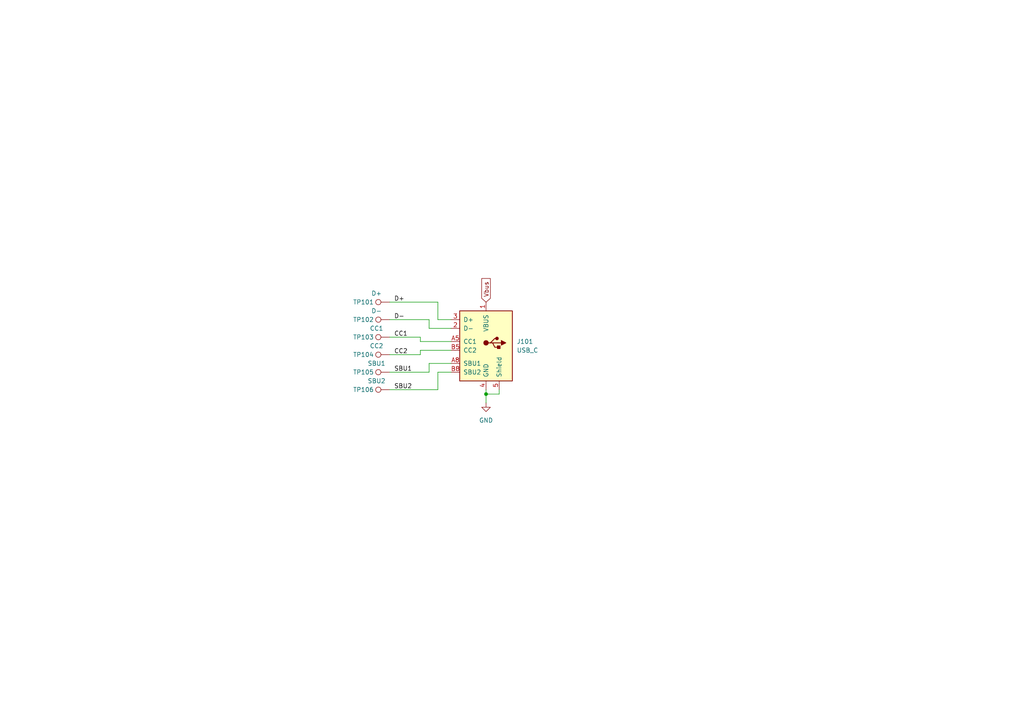
<source format=kicad_sch>
(kicad_sch (version 20211123) (generator eeschema)
  (paper "A4")
  (lib_symbols
    (symbol "Connector:TestPoint" (pin_numbers hide) (pin_names (offset 0.762) hide)
      (property "Reference" "TP" (at 0 6.858 0))
      (property "Value" "TestPoint" (at 0 5.08 0))
      (symbol "TestPoint_0_1"
        (circle (center 0 3.302) (radius 0.762))
      )
      (symbol "TestPoint_1_1"
        (pin passive line (at 0 0 90) (length 2.54) (name "1") (number "1"))
      )
    )
    (symbol "USB_C:USB_C" (pin_names (offset 1.016))
      (property "Reference" "J" (at -7.62 15.24 0))
      (property "Value" "USB_C" (at -2.54 12.7 0))
      (symbol "USB_C_0_1"
        (rectangle (start -7.62 10.16) (end 7.62 -10.16) (stroke (width 0.254)) (fill (type background)))
        (polyline (pts (xy 0.635 0.889) (xy 1.27 0.889) (xy 2.54 2.159) (xy 3.175 2.159)) (stroke (width 0.254)))
        (polyline (pts (xy 1.27 0.889) (xy 1.905 0.889) (xy 2.54 -0.381) (xy 3.81 -0.381)) (stroke (width 0.254)))
        (polyline (pts (xy 4.445 1.524) (xy 4.445 0.254) (xy 5.715 0.889) (xy 4.445 1.524)) (stroke (width 0.254)) (fill (type outline)))
        (circle (center 0 0.889) (radius 0.635) (stroke (width 0.254)) (fill (type outline)))
        (circle (center 3.175 2.159) (radius 0.381) (stroke (width 0.254)) (fill (type outline)))
        (rectangle (start 4.064 0) (end 3.302 -0.762) (stroke (width 0.254)) (fill (type outline)))
      )
      (symbol "USB_C_1_1"
        (polyline (pts (xy 1.905 0.889) (xy 4.445 0.889)) (stroke (width 0.254)))
        (pin power_in line (at 0 12.7 270) (length 2.54) (name "VBUS") (number "1"))
        (pin bidirectional line (at -10.16 5.08 0) (length 2.54) (name "D-") (number "2"))
        (pin bidirectional line (at -10.16 7.62 0) (length 2.54) (name "D+") (number "3"))
        (pin power_in line (at 0 -12.7 90) (length 2.54) (name "GND") (number "4"))
        (pin passive line (at 3.81 -12.7 90) (length 2.54) (name "Shield") (number "5"))
        (pin bidirectional line (at -10.16 1.27 0) (length 2.54) (name "CC1") (number "A5"))
        (pin bidirectional line (at -10.16 -5.08 0) (length 2.54) (name "SBU1") (number "A8"))
        (pin bidirectional line (at -10.16 -1.27 0) (length 2.54) (name "CC2") (number "B5"))
        (pin bidirectional line (at -10.16 -7.62 0) (length 2.54) (name "SBU2") (number "B8"))
      )
    )
    (symbol "power:GND" (power) (pin_names (offset 0))
      (property "Value" "GND" (at 0 -3.81 0))
      (symbol "GND_0_1"
        (polyline (pts (xy 0 0) (xy 0 -1.27) (xy 1.27 -1.27) (xy 0 -2.54) (xy -1.27 -1.27) (xy 0 -1.27)))
      )
      (symbol "GND_1_1"
        (pin power_in line (at 0 0 270) (length 0) hide (name "GND") (number "1"))
      )
    )
  )
  (junction (at 140.97 114.3))
  (wire (pts (xy 127 92.71) (xy 127 87.63)))
  (wire (pts (xy 121.92 97.79) (xy 113.03 97.79)))
  (wire (pts (xy 130.81 101.6) (xy 121.92 101.6)))
  (wire (pts (xy 127 107.95) (xy 127 113.03)))
  (wire (pts (xy 121.92 99.06) (xy 121.92 97.79)))
  (wire (pts (xy 140.97 113.03) (xy 140.97 114.3)))
  (wire (pts (xy 140.97 114.3) (xy 140.97 116.84)))
  (wire (pts (xy 144.78 113.03) (xy 144.78 114.3)))
  (wire (pts (xy 127 113.03) (xy 113.03 113.03)))
  (wire (pts (xy 130.81 92.71) (xy 127 92.71)))
  (wire (pts (xy 121.92 102.87) (xy 113.03 102.87)))
  (wire (pts (xy 130.81 105.41) (xy 124.46 105.41)))
  (wire (pts (xy 130.81 95.25) (xy 124.46 95.25)))
  (wire (pts (xy 144.78 114.3) (xy 140.97 114.3)))
  (wire (pts (xy 130.81 99.06) (xy 121.92 99.06)))
  (wire (pts (xy 130.81 107.95) (xy 127 107.95)))
  (wire (pts (xy 124.46 92.71) (xy 113.03 92.71)))
  (wire (pts (xy 124.46 105.41) (xy 124.46 107.95)))
  (wire (pts (xy 121.92 101.6) (xy 121.92 102.87)))
  (wire (pts (xy 124.46 95.25) (xy 124.46 92.71)))
  (wire (pts (xy 124.46 107.95) (xy 113.03 107.95)))
  (wire (pts (xy 127 87.63) (xy 113.03 87.63)))
  (label "D+" (at 114.3 87.63 0))
  (label "CC2" (at 114.3 102.87 0))
  (label "SBU1" (at 114.3 107.95 0))
  (label "SBU2" (at 114.3 113.03 0))
  (label "D-" (at 114.3 92.71 0))
  (label "CC1" (at 114.3 97.79 0))
  (global_label "Vbus" (shape input) (at 140.97 87.63 90) (property "Intersheet References" "${INTERSHEET_REFS}" (effects hide)))
  (symbol (lib_id "Connector:TestPoint") (at 113.03 97.79 90) (unit 1)
    (property "Reference" "TP103" (at 105.41 97.79 90))
    (property "Value" "CC1" (at 109.22 95.25 90))
    (property "Footprint" "TestPoint:TestPoint_THTPad_D1.0mm_Drill0.5mm" (effects hide))
  )
  (symbol (lib_id "Connector:TestPoint") (at 113.03 107.95 90) (unit 1)
    (property "Reference" "TP105" (at 105.41 107.95 90))
    (property "Value" "SBU1" (at 109.22 105.41 90))
    (property "Footprint" "TestPoint:TestPoint_THTPad_D1.0mm_Drill0.5mm" (effects hide))
  )
  (symbol (lib_id "Connector:TestPoint") (at 113.03 92.71 90) (unit 1)
    (property "Reference" "TP102" (at 105.41 92.71 90))
    (property "Value" "D-" (at 109.22 90.17 90))
    (property "Footprint" "TestPoint:TestPoint_THTPad_D1.0mm_Drill0.5mm" (effects hide))
  )
  (symbol (lib_id "Connector:TestPoint") (at 113.03 102.87 90) (unit 1)
    (property "Reference" "TP104" (at 105.41 102.87 90))
    (property "Value" "CC2" (at 109.22 100.33 90))
    (property "Footprint" "TestPoint:TestPoint_THTPad_D1.0mm_Drill0.5mm" (effects hide))
  )
  (symbol (lib_id "power:GND") (at 140.97 116.84 0) (unit 1)
    (property "Reference" "#PWR0101" (effects hide))
    (property "Value" "GND" (at 140.97 121.92 0))
  )
  (symbol (lib_id "Connector:TestPoint") (at 113.03 113.03 90) (unit 1)
    (property "Reference" "TP106" (at 105.41 113.03 90))
    (property "Value" "SBU2" (at 109.22 110.49 90))
    (property "Footprint" "TestPoint:TestPoint_THTPad_D1.0mm_Drill0.5mm" (effects hide))
  )
  (symbol (lib_id "Connector:TestPoint") (at 113.03 87.63 90) (unit 1)
    (property "Reference" "TP101" (at 105.41 87.63 90))
    (property "Value" "D+" (at 109.22 85.09 90))
    (property "Footprint" "TestPoint:TestPoint_THTPad_D1.0mm_Drill0.5mm" (effects hide))
  )
  (symbol (lib_id "USB_C:USB_C") (at 140.97 100.33 0) (unit 1)
    (property "Reference" "J101" (at 149.86 99.0599 0) (effects (justify left)))
    (property "Value" "USB_C" (at 149.86 101.5999 0) (effects (justify left)))
    (property "Footprint" "Customs:USB_C" (effects hide))
    (property "Datasheet" " ~" (effects hide))
    (property "LCSC" "A-(C6389922) C-(C2765186) XT30-(C2913282)" (effects hide))
  )
)
</source>
